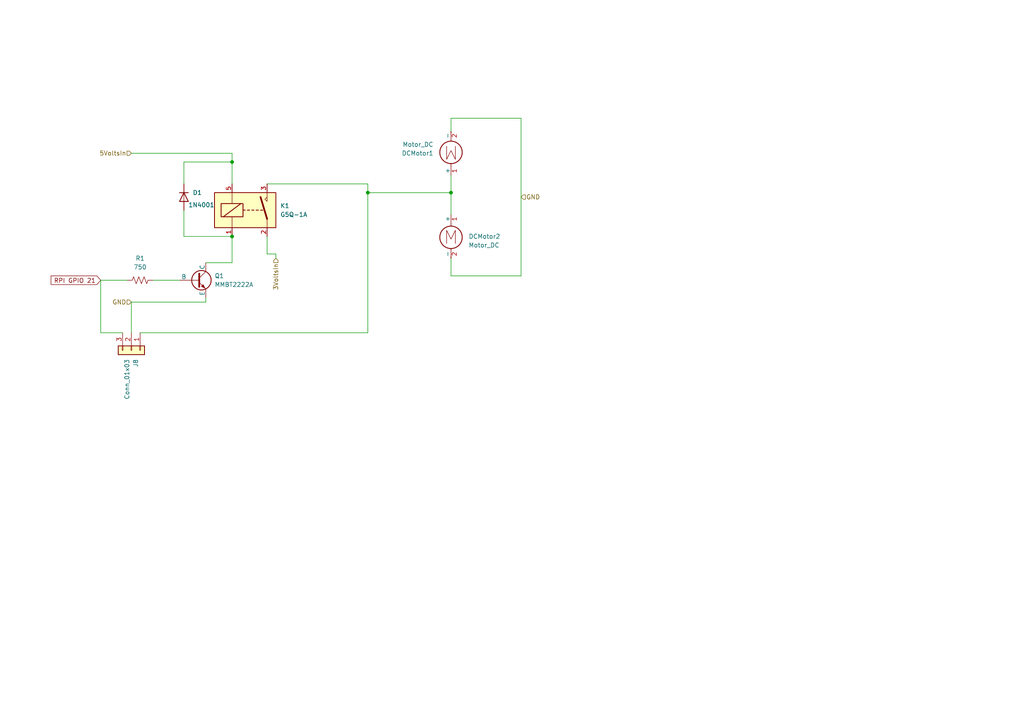
<source format=kicad_sch>
(kicad_sch (version 20231120) (generator "eeschema") (generator_version "8.0")
  (paper "A4")
  (lib_symbols
    (symbol "Connector_Generic:Conn_01x03" (pin_names (offset 1.016) hide)
      (property "Reference" "J" (at 0 5.08 0))
      (property "Value" "Conn_01x03" (at 0 -5.08 0))
      (symbol "Conn_01x03_1_1"
        (rectangle (start -1.27 -2.413) (end 0 -2.667) (stroke (width 0.1524)))
        (rectangle (start -1.27 0.127) (end 0 -0.127) (stroke (width 0.1524)))
        (rectangle (start -1.27 2.667) (end 0 2.413) (stroke (width 0.1524)))
        (rectangle (start -1.27 3.81) (end 1.27 -3.81) (stroke (width 0.254)) (fill (type background)))
        (pin passive line (at -5.08 2.54 0) (length 3.81) (name "Pin_1") (number "1"))
        (pin passive line (at -5.08 0 0) (length 3.81) (name "Pin_2") (number "2"))
        (pin passive line (at -5.08 -2.54 0) (length 3.81) (name "Pin_3") (number "3"))
      )
    )
    (symbol "Device:D" (pin_numbers hide) (pin_names (offset 1.016) hide)
      (property "Reference" "D" (at 0 2.54 0))
      (property "Value" "D" (at 0 -2.54 0))
      (symbol "D_0_1"
        (polyline (pts (xy -1.27 1.27) (xy -1.27 -1.27)) (stroke (width 0.254)))
        (polyline (pts (xy 1.27 0) (xy -1.27 0)))
        (polyline (pts (xy 1.27 1.27) (xy 1.27 -1.27) (xy -1.27 0) (xy 1.27 1.27)) (stroke (width 0.254)))
      )
      (symbol "D_1_1"
        (pin passive line (at -3.81 0 0) (length 2.54) (name "K") (number "1"))
        (pin passive line (at 3.81 0 180) (length 2.54) (name "A") (number "2"))
      )
    )
    (symbol "Device:R_US" (pin_numbers hide) (pin_names (offset 0))
      (property "Reference" "R" (at 2.54 0 90))
      (property "Value" "R_US" (at -2.54 0 90))
      (symbol "R_US_0_1"
        (polyline (pts (xy 0 -2.286) (xy 0 -2.54)))
        (polyline (pts (xy 0 2.286) (xy 0 2.54)))
        (polyline (pts (xy 0 -0.762) (xy 1.016 -1.143) (xy 0 -1.524) (xy -1.016 -1.905) (xy 0 -2.286)))
        (polyline (pts (xy 0 0.762) (xy 1.016 0.381) (xy 0 0) (xy -1.016 -0.381) (xy 0 -0.762)))
        (polyline (pts (xy 0 2.286) (xy 1.016 1.905) (xy 0 1.524) (xy -1.016 1.143) (xy 0 0.762)))
      )
      (symbol "R_US_1_1"
        (pin passive line (at 0 3.81 270) (length 1.27) (name "~") (number "1"))
        (pin passive line (at 0 -3.81 90) (length 1.27) (name "~") (number "2"))
      )
    )
    (symbol "Motor:Motor_DC" (pin_names (offset 0))
      (property "Reference" "M" (at 2.54 2.54 0))
      (property "Value" "Motor_DC" (at 2.54 -5.08 0))
      (symbol "Motor_DC_0_0"
        (polyline (pts (xy -1.27 -3.302) (xy -1.27 0.508) (xy 0 -2.032) (xy 1.27 0.508) (xy 1.27 -3.302)))
      )
      (symbol "Motor_DC_0_1"
        (circle (center 0 -1.524) (radius 3.2512) (stroke (width 0.254)))
        (polyline (pts (xy 0 -7.62) (xy 0 -7.112)))
        (polyline (pts (xy 0 -4.7752) (xy 0 -5.1816)))
        (polyline (pts (xy 0 1.7272) (xy 0 2.0828)))
        (polyline (pts (xy 0 2.032) (xy 0 2.54)))
      )
      (symbol "Motor_DC_1_1"
        (pin passive line (at 0 5.08 270) (length 2.54) (name "+") (number "1"))
        (pin passive line (at 0 -7.62 90) (length 2.54) (name "-") (number "2"))
      )
    )
    (symbol "Relay:G5Q-1A"
      (property "Reference" "K" (at 8.89 3.81 0))
      (property "Value" "G5Q-1A" (at 8.89 1.27 0))
      (symbol "G5Q-1A_0_0"
        (polyline (pts (xy 5.08 5.08) (xy 5.08 2.54) (xy 4.445 3.175) (xy 5.08 3.81)))
      )
      (symbol "G5Q-1A_0_1"
        (rectangle (start -10.16 5.08) (end 7.62 -5.08) (stroke (width 0.254)) (fill (type background)))
        (rectangle (start -8.255 1.905) (end -1.905 -1.905) (stroke (width 0.254)))
        (polyline (pts (xy -7.62 -1.905) (xy -2.54 1.905)) (stroke (width 0.254)))
        (polyline (pts (xy -5.08 -5.08) (xy -5.08 -1.905)))
        (polyline (pts (xy -5.08 5.08) (xy -5.08 1.905)))
        (polyline (pts (xy -1.905 0) (xy -1.27 0)) (stroke (width 0.254)))
        (polyline (pts (xy -0.635 0) (xy 0 0)) (stroke (width 0.254)))
        (polyline (pts (xy 0.635 0) (xy 1.27 0)) (stroke (width 0.254)))
        (polyline (pts (xy 1.905 0) (xy 2.54 0)) (stroke (width 0.254)))
        (polyline (pts (xy 3.175 0) (xy 3.81 0)) (stroke (width 0.254)))
        (polyline (pts (xy 5.08 -2.54) (xy 3.175 3.81)) (stroke (width 0.508)))
        (polyline (pts (xy 5.08 -2.54) (xy 5.08 -5.08)))
      )
      (symbol "G5Q-1A_1_1"
        (pin passive line (at -5.08 -7.62 90) (length 2.54) (name "~") (number "1"))
        (pin passive line (at 5.08 -7.62 90) (length 2.54) (name "~") (number "2"))
        (pin passive line (at 5.08 7.62 270) (length 2.54) (name "~") (number "3"))
        (pin passive line (at -5.08 7.62 270) (length 2.54) (name "~") (number "5"))
      )
    )
    (symbol "Simulation_SPICE:NPN" (pin_numbers hide) (pin_names (offset 0))
      (property "Reference" "Q" (at -2.54 7.62 0))
      (property "Value" "NPN" (at -2.54 5.08 0))
      (symbol "NPN_0_1"
        (polyline (pts (xy -2.54 0) (xy 0.635 0)) (stroke (width 0.1524)))
        (polyline (pts (xy 0.635 0.635) (xy 2.54 2.54)))
        (polyline (pts (xy 2.794 -1.27) (xy 2.794 -1.27)) (stroke (width 0.1524)))
        (polyline (pts (xy 2.794 -1.27) (xy 2.794 -1.27)) (stroke (width 0.1524)))
        (polyline (pts (xy 0.635 -0.635) (xy 2.54 -2.54) (xy 2.54 -2.54)))
        (polyline (pts (xy 0.635 1.905) (xy 0.635 -1.905) (xy 0.635 -1.905)) (stroke (width 0.508)))
        (polyline (pts (xy 1.27 -1.778) (xy 1.778 -1.27) (xy 2.286 -2.286) (xy 1.27 -1.778) (xy 1.27 -1.778)) (fill (type outline)))
        (circle (center 1.27 0) (radius 2.8194) (stroke (width 0.254)))
      )
      (symbol "NPN_1_1"
        (pin open_collector line (at 2.54 5.08 270) (length 2.54) (name "C") (number "1"))
        (pin input line (at -5.08 0 0) (length 2.54) (name "B") (number "2"))
        (pin open_emitter line (at 2.54 -5.08 90) (length 2.54) (name "E") (number "3"))
      )
    )
  )
  (junction (at 67.31 68.58))
  (junction (at 130.81 55.88))
  (junction (at 106.68 55.88))
  (junction (at 67.31 46.99))
  (wire (pts (xy 53.34 53.34) (xy 53.34 46.99)))
  (wire (pts (xy 67.31 46.99) (xy 67.31 44.45)))
  (wire (pts (xy 77.47 73.66) (xy 77.47 68.58)))
  (wire (pts (xy 38.1 87.63) (xy 59.69 87.63)))
  (wire (pts (xy 130.81 80.01) (xy 130.81 74.93)))
  (wire (pts (xy 106.68 55.88) (xy 130.81 55.88)))
  (wire (pts (xy 130.81 50.8) (xy 130.81 55.88)))
  (wire (pts (xy 67.31 76.2) (xy 67.31 68.58)))
  (wire (pts (xy 130.81 38.1) (xy 130.81 34.29)))
  (wire (pts (xy 67.31 44.45) (xy 38.1 44.45)))
  (wire (pts (xy 106.68 55.88) (xy 106.68 96.52)))
  (wire (pts (xy 67.31 76.2) (xy 59.69 76.2)))
  (wire (pts (xy 59.69 87.63) (xy 59.69 86.36)))
  (wire (pts (xy 35.56 96.52) (xy 29.21 96.52)))
  (wire (pts (xy 80.01 73.66) (xy 77.47 73.66)))
  (wire (pts (xy 53.34 46.99) (xy 67.31 46.99)))
  (wire (pts (xy 29.21 96.52) (xy 29.21 81.28)))
  (wire (pts (xy 38.1 87.63) (xy 38.1 96.52)))
  (wire (pts (xy 44.45 81.28) (xy 52.07 81.28)))
  (wire (pts (xy 130.81 55.88) (xy 130.81 62.23)))
  (wire (pts (xy 130.81 34.29) (xy 151.13 34.29)))
  (wire (pts (xy 151.13 34.29) (xy 151.13 80.01)))
  (wire (pts (xy 53.34 68.58) (xy 67.31 68.58)))
  (wire (pts (xy 77.47 53.34) (xy 106.68 53.34)))
  (wire (pts (xy 106.68 53.34) (xy 106.68 55.88)))
  (wire (pts (xy 106.68 96.52) (xy 40.64 96.52)))
  (wire (pts (xy 29.21 81.28) (xy 36.83 81.28)))
  (wire (pts (xy 67.31 46.99) (xy 67.31 53.34)))
  (wire (pts (xy 53.34 68.58) (xy 53.34 60.96)))
  (wire (pts (xy 80.01 73.66) (xy 80.01 74.93)))
  (wire (pts (xy 151.13 80.01) (xy 130.81 80.01)))
  (global_label "RPI GPIO 21" (shape input) (at 29.21 81.28 180) (property "Intersheetrefs" "${INTERSHEET_REFS}" (effects (hide yes))))
  (hierarchical_label "GND" (shape input) (at 38.1 87.63 180))
  (hierarchical_label "5VoltsIn" (shape input) (at 38.1 44.45 180))
  (hierarchical_label "GND" (shape input) (at 151.13 57.15 0))
  (hierarchical_label "3VoltsIn" (shape input) (at 80.01 74.93 270))
  (symbol (lib_id "Simulation_SPICE:NPN") (at 57.15 81.28 0) (unit 1)
    (property "Reference" "Q1" (at 62.23 80.0099 0) (effects (justify left)))
    (property "Value" "MMBT2222A" (at 62.23 82.5499 0) (effects (justify left)))
    (property "Footprint" "Package_TO_SOT_SMD:SOT-23" (effects (hide yes)))
    (property "Datasheet" "https://ngspice.sourceforge.io/docs/ngspice-html-manual/manual.xhtml#cha_BJTs" (effects (hide yes)))
    (property "Description" "Bipolar transistor symbol for simulation only, substrate tied to the emitter" (effects (hide yes)))
    (property "Sim.Device" "NPN" (effects (hide yes)))
    (property "Sim.Type" "GUMMELPOON" (effects (hide yes)))
    (property "Sim.Pins" "1=C 2=B 3=E" (effects (hide yes)))
  )
  (symbol (lib_id "Motor:Motor_DC") (at 130.81 45.72 180) (unit 1)
    (property "Reference" "DCMotor1" (at 125.73 44.4501 0) (effects (justify left)))
    (property "Value" "Motor_DC" (at 125.73 41.9101 0) (effects (justify left)))
    (property "Description" "DC Motor" (effects (hide yes)))
  )
  (symbol (lib_id "Device:R_US") (at 40.64 81.28 90) (unit 1)
    (property "Reference" "R1" (at 40.64 74.93 90))
    (property "Value" "750" (at 40.64 77.47 90))
    (property "Footprint" "Resistor_SMD:R_0805_2012Metric_Pad1.20x1.40mm_HandSolder" (effects (hide yes)))
    (property "Description" "Resistor, US symbol" (effects (hide yes)))
  )
  (symbol (lib_id "Device:D") (at 53.34 57.15 270) (unit 1)
    (property "Reference" "D1" (at 55.88 55.8799 90) (effects (justify left)))
    (property "Value" "1N4001" (at 54.61 59.436 90) (effects (justify left)))
    (property "Footprint" "Diode_SMD:D_0805_2012Metric_Pad1.15x1.40mm_HandSolder" (effects (hide yes)))
    (property "Description" "Diode" (effects (hide yes)))
    (property "Sim.Device" "D" (effects (hide yes)))
    (property "Sim.Pins" "1=K 2=A" (effects (hide yes)))
  )
  (symbol (lib_id "Motor:Motor_DC") (at 130.81 67.31 0) (unit 1)
    (property "Reference" "DCMotor2" (at 135.89 68.5799 0) (effects (justify left)))
    (property "Value" "Motor_DC" (at 135.89 71.1199 0) (effects (justify left)))
    (property "Description" "DC Motor" (effects (hide yes)))
  )
  (symbol (lib_id "Relay:G5Q-1A") (at 72.39 60.96 0) (unit 1)
    (property "Reference" "K1" (at 81.28 59.6899 0) (effects (justify left)))
    (property "Value" "G5Q-1A" (at 81.28 62.2299 0) (effects (justify left)))
    (property "Footprint" "Relay_THT:Relay_SPST_Omron-G5Q-1A" (effects (hide yes)))
    (property "Datasheet" "https://www.omron.com/ecb/products/pdf/en-g5q.pdf" (effects (hide yes)))
    (property "Description" "Omron G5Q relay, Miniature Single Pole, SPST-NO, 10A" (effects (hide yes)))
  )
  (symbol (lib_id "Connector_Generic:Conn_01x03") (at 38.1 101.6 270) (unit 1)
    (property "Reference" "J8" (at 39.3701 104.14 0) (effects (justify left)))
    (property "Value" "Conn_01x03" (at 36.8301 104.14 0) (effects (justify left)))
    (property "Footprint" "TerminalBlock:TerminalBlock_Xinya_XY308-2.54-3P_1x03_P2.54mm_Horizontal" (effects (hide yes)))
    (property "Description" "Generic connector, single row, 01x03, script generated (kicad-library-utils/schlib/autogen/connector/)" (effects (hide yes)))
  )
)
</source>
